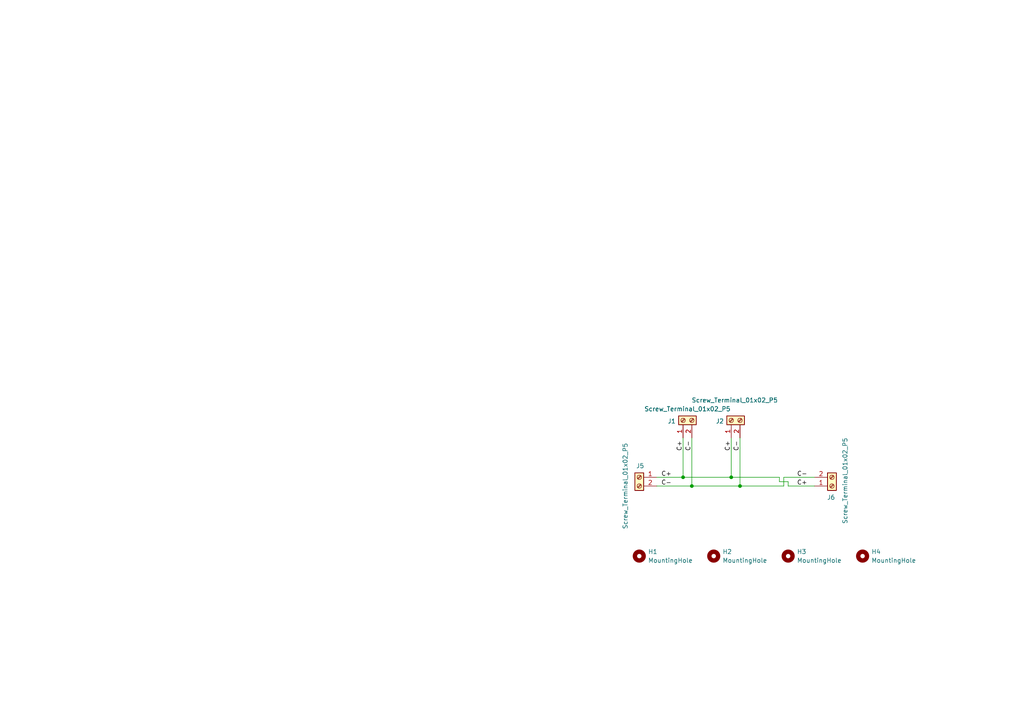
<source format=kicad_sch>
(kicad_sch (version 20231120) (generator "eeschema") (generator_version "8.0")
  (paper "A4")
  (title_block (date "2025-04-12"))
  (lib_symbols
    (symbol "_kh_library:MountingHole" (pin_names (offset 1.016)) (exclude_from_sim yes) (in_bom no)
      (property "Reference" "H" (at 0 5.08 0))
      (property "Value" "MountingHole" (at 0 3.175 0))
      (symbol "MountingHole_0_1"
        (circle (center 0 0) (radius 1.27) (stroke (width 1.27)))
      )
    )
    (symbol "_kh_library:Screw_Terminal_01x02_P5" (pin_names (offset 1.016) hide)
      (property "Reference" "J" (at 2.286 0 0))
      (property "Value" "Screw_Terminal_01x02_P5" (at 6.35 -1.016 90))
      (symbol "Screw_Terminal_01x02_P5_1_1"
        (rectangle (start -1.27 1.27) (end 1.27 -3.81) (stroke (width 0.254)) (fill (type background)))
        (circle (center 0 -2.54) (radius 0.635) (stroke (width 0.1524)))
        (polyline (pts (xy -0.5334 -2.2098) (xy 0.3302 -3.048)) (stroke (width 0.1524)))
        (polyline (pts (xy -0.5334 0.3302) (xy 0.3302 -0.508)) (stroke (width 0.1524)))
        (polyline (pts (xy -0.3556 -2.032) (xy 0.508 -2.8702)) (stroke (width 0.1524)))
        (polyline (pts (xy -0.3556 0.508) (xy 0.508 -0.3302)) (stroke (width 0.1524)))
        (circle (center 0 0) (radius 0.635) (stroke (width 0.1524)))
        (pin passive line (at -5.08 0 0) (length 3.81) (name "Pin_1") (number "1"))
        (pin passive line (at -5.08 -2.54 0) (length 3.81) (name "Pin_2") (number "2"))
      )
    )
  )
  (junction (at 212.09 138.43))
  (junction (at 198.12 138.43))
  (junction (at 214.63 140.97))
  (junction (at 200.66 140.97))
  (wire (pts (xy 236.22 140.97) (xy 228.6 140.97)))
  (wire (pts (xy 214.63 140.97) (xy 227.33 140.97)))
  (wire (pts (xy 228.6 139.7) (xy 226.06 139.7)))
  (wire (pts (xy 228.6 140.97) (xy 228.6 139.7)))
  (wire (pts (xy 226.06 139.7) (xy 226.06 138.43)))
  (wire (pts (xy 212.09 127) (xy 212.09 138.43)))
  (wire (pts (xy 190.5 138.43) (xy 198.12 138.43)))
  (wire (pts (xy 200.66 127) (xy 200.66 140.97)))
  (wire (pts (xy 214.63 127) (xy 214.63 140.97)))
  (wire (pts (xy 212.09 138.43) (xy 226.06 138.43)))
  (wire (pts (xy 227.33 138.43) (xy 236.22 138.43)))
  (wire (pts (xy 198.12 127) (xy 198.12 138.43)))
  (wire (pts (xy 227.33 140.97) (xy 227.33 138.43)))
  (wire (pts (xy 190.5 140.97) (xy 200.66 140.97)))
  (wire (pts (xy 200.66 140.97) (xy 214.63 140.97)))
  (wire (pts (xy 198.12 138.43) (xy 212.09 138.43)))
  (label "C-" (at 191.77 140.97 0))
  (label "C-" (at 231.14 138.43 0))
  (label "C+" (at 212.09 130.81 90))
  (label "C+" (at 191.77 138.43 0))
  (label "C-" (at 214.63 130.81 90))
  (label "C-" (at 200.66 130.81 90))
  (label "C+" (at 231.14 140.97 0))
  (label "C+" (at 198.12 130.81 90))
  (symbol (lib_id "_kh_library:MountingHole") (at 185.42 161.29 0) (unit 1) (exclude_from_sim yes) (in_bom no)
    (property "Reference" "H1" (at 187.96 160.0199 0) (effects (justify left)))
    (property "Value" "MountingHole" (at 187.96 162.5599 0) (effects (justify left)))
    (property "Footprint" "_kh_library:MountingHole_2.2mm_M2_Pad_TopBottom_kh" (effects (hide yes)))
    (property "Description" "Mounting Hole without connection" (effects (hide yes)))
  )
  (symbol (lib_id "_kh_library:MountingHole") (at 250.19 161.29 0) (unit 1) (exclude_from_sim yes) (in_bom no)
    (property "Reference" "H4" (at 252.73 160.0199 0) (effects (justify left)))
    (property "Value" "MountingHole" (at 252.73 162.5599 0) (effects (justify left)))
    (property "Footprint" "_kh_library:MountingHole_2.2mm_M2_Pad_TopBottom_kh" (effects (hide yes)))
    (property "Description" "Mounting Hole without connection" (effects (hide yes)))
  )
  (symbol (lib_id "_kh_library:Screw_Terminal_01x02_P5") (at 185.42 138.43 0) (mirror y) (unit 1)
    (property "Reference" "J5" (at 185.674 135.128 0))
    (property "Value" "Screw_Terminal_01x02_P5" (at 181.356 140.97 90))
    (property "Footprint" "_kh_library:Screw_Terminal_01x02_P5" (effects (hide yes)))
    (property "Description" "Generic screw terminal, single row, 01x02" (effects (hide yes)))
  )
  (symbol (lib_id "_kh_library:Screw_Terminal_01x02_P5") (at 241.3 140.97 0) (mirror x) (unit 1)
    (property "Reference" "J6" (at 241.046 144.272 0))
    (property "Value" "Screw_Terminal_01x02_P5" (at 245.11 139.446 90))
    (property "Footprint" "_kh_library:Screw_Terminal_01x02_P5" (effects (hide yes)))
    (property "Description" "Generic screw terminal, single row, 01x02" (effects (hide yes)))
  )
  (symbol (lib_id "_kh_library:MountingHole") (at 207.01 161.29 0) (unit 1) (exclude_from_sim yes) (in_bom no)
    (property "Reference" "H2" (at 209.55 160.0199 0) (effects (justify left)))
    (property "Value" "MountingHole" (at 209.55 162.5599 0) (effects (justify left)))
    (property "Footprint" "_kh_library:MountingHole_2.2mm_M2_Pad_TopBottom_kh" (effects (hide yes)))
    (property "Description" "Mounting Hole without connection" (effects (hide yes)))
  )
  (symbol (lib_id "_kh_library:MountingHole") (at 228.6 161.29 0) (unit 1) (exclude_from_sim yes) (in_bom no)
    (property "Reference" "H3" (at 231.14 160.0199 0) (effects (justify left)))
    (property "Value" "MountingHole" (at 231.14 162.5599 0) (effects (justify left)))
    (property "Footprint" "_kh_library:MountingHole_2.2mm_M2_Pad_TopBottom_kh" (effects (hide yes)))
    (property "Description" "Mounting Hole without connection" (effects (hide yes)))
  )
  (symbol (lib_id "_kh_library:Screw_Terminal_01x02_P5") (at 198.12 121.92 90) (unit 1)
    (property "Reference" "J1" (at 194.818 122.174 90))
    (property "Value" "Screw_Terminal_01x02_P5" (at 199.39 118.618 90))
    (property "Footprint" "_kh_library:Screw_Terminal_01x02_P5" (effects (hide yes)))
    (property "Description" "Generic screw terminal, single row, 01x02" (effects (hide yes)))
  )
  (symbol (lib_id "_kh_library:Screw_Terminal_01x02_P5") (at 212.09 121.92 90) (unit 1)
    (property "Reference" "J2" (at 208.788 122.174 90))
    (property "Value" "Screw_Terminal_01x02_P5" (at 213.106 116.078 90))
    (property "Footprint" "_kh_library:Screw_Terminal_01x02_P5" (effects (hide yes)))
    (property "Description" "Generic screw terminal, single row, 01x02" (effects (hide yes)))
  )
)
</source>
